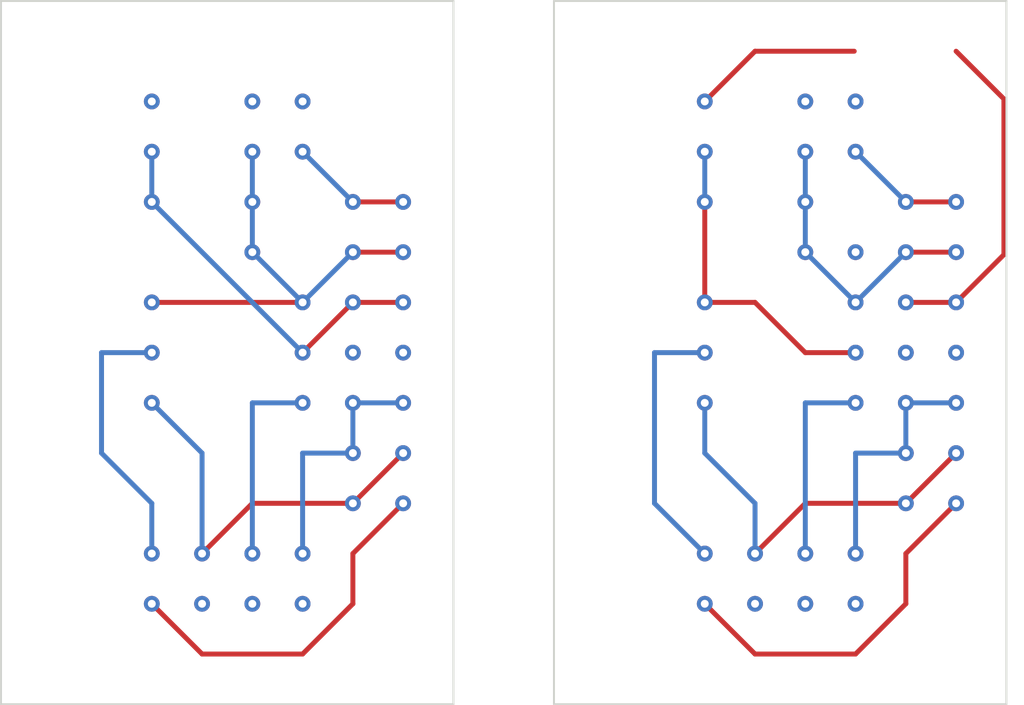
<source format=kicad_pcb>
(kicad_pcb (version 20221018) (generator pcbnew)

  (general
    (thickness 1.6)
  )

  (paper "A4")
  (layers
    (0 "F.Cu" signal)
    (31 "B.Cu" signal)
    (32 "B.Adhes" user "B.Adhesive")
    (33 "F.Adhes" user "F.Adhesive")
    (34 "B.Paste" user)
    (35 "F.Paste" user)
    (36 "B.SilkS" user "B.Silkscreen")
    (37 "F.SilkS" user "F.Silkscreen")
    (38 "B.Mask" user)
    (39 "F.Mask" user)
    (40 "Dwgs.User" user "User.Drawings")
    (41 "Cmts.User" user "User.Comments")
    (42 "Eco1.User" user "User.Eco1")
    (43 "Eco2.User" user "User.Eco2")
    (44 "Edge.Cuts" user)
    (45 "Margin" user)
    (46 "B.CrtYd" user "B.Courtyard")
    (47 "F.CrtYd" user "F.Courtyard")
    (48 "B.Fab" user)
    (49 "F.Fab" user)
    (50 "User.1" user)
    (51 "User.2" user)
    (52 "User.3" user)
    (53 "User.4" user)
    (54 "User.5" user)
    (55 "User.6" user)
    (56 "User.7" user)
    (57 "User.8" user)
    (58 "User.9" user)
  )

  (setup
    (pad_to_mask_clearance 0)
    (pcbplotparams
      (layerselection 0x00010fc_ffffffff)
      (plot_on_all_layers_selection 0x0000000_00000000)
      (disableapertmacros false)
      (usegerberextensions false)
      (usegerberattributes true)
      (usegerberadvancedattributes true)
      (creategerberjobfile true)
      (dashed_line_dash_ratio 12.000000)
      (dashed_line_gap_ratio 3.000000)
      (svgprecision 4)
      (plotframeref false)
      (viasonmask false)
      (mode 1)
      (useauxorigin false)
      (hpglpennumber 1)
      (hpglpenspeed 20)
      (hpglpendiameter 15.000000)
      (dxfpolygonmode true)
      (dxfimperialunits true)
      (dxfusepcbnewfont true)
      (psnegative false)
      (psa4output false)
      (plotreference true)
      (plotvalue true)
      (plotinvisibletext false)
      (sketchpadsonfab false)
      (subtractmaskfromsilk false)
      (outputformat 1)
      (mirror false)
      (drillshape 1)
      (scaleselection 1)
      (outputdirectory "")
    )
  )

  (net 0 "")

  (gr_line (start 121.92 96.52) (end 99.06 96.52)
    (stroke (width 0.1) (type default)) (layer "Edge.Cuts") (tstamp 30649aac-bf61-441b-b376-ef4fb949152a))
  (gr_line (start 127 96.52) (end 127 60.96)
    (stroke (width 0.1) (type default)) (layer "Edge.Cuts") (tstamp 4059b67c-196f-4186-8449-283bd4239bab))
  (gr_line (start 99.06 96.52) (end 99.06 60.96)
    (stroke (width 0.1) (type default)) (layer "Edge.Cuts") (tstamp 75d7734b-15aa-4efb-896d-e9d83bf00a5d))
  (gr_line (start 121.92 60.96) (end 121.92 96.52)
    (stroke (width 0.1) (type default)) (layer "Edge.Cuts") (tstamp a336056f-4400-479a-b9d0-9c93dccfbf68))
  (gr_line (start 99.06 60.96) (end 121.92 60.96)
    (stroke (width 0.1) (type default)) (layer "Edge.Cuts") (tstamp ac3d085d-eded-4613-868c-155f200a0800))
  (gr_line (start 149.86 60.96) (end 149.86 96.52)
    (stroke (width 0.1) (type default)) (layer "Edge.Cuts") (tstamp cc2b20f7-2da6-49d2-b453-5eb3345963b3))
  (gr_line (start 149.86 96.52) (end 127 96.52)
    (stroke (width 0.1) (type default)) (layer "Edge.Cuts") (tstamp e02183ad-8982-4bbf-b566-c6f7b15c6344))
  (gr_line (start 127 60.96) (end 149.86 60.96)
    (stroke (width 0.1) (type default)) (layer "Edge.Cuts") (tstamp f775cd1d-5cd7-4c8c-a568-9f7f429ea2be))
  (gr_text "gnd" (at 147.32 73.66) (layer "F.Paste") (tstamp 051bb157-d567-4c77-8771-5be2bb38239a)
    (effects (font (size 1 1) (thickness 0.15)) (justify left bottom))
  )
  (gr_text "l" (at 109.22 63.5) (layer "F.Paste") (tstamp 07a1a96b-1f4a-4e77-a8b2-319c1a57ca55)
    (effects (font (size 1 1) (thickness 0.15)) (justify left bottom))
  )
  (gr_text "gain" (at 147.32 78.74) (layer "F.Paste") (tstamp 0b6b2c4b-6a0b-4ada-9d54-29f4703937cf)
    (effects (font (size 1 1) (thickness 0.15)) (justify left bottom))
  )
  (gr_text "ws" (at 134.62 78.74) (layer "F.Paste") (tstamp 0e2a87b5-1747-4ec8-8f66-4d3935b1d8dd)
    (effects (font (size 1 1) (thickness 0.15)) (justify left bottom))
  )
  (gr_text "fsclk" (at 134.62 88.9 -90) (layer "F.Paste") (tstamp 1203357e-4da7-4213-bd1e-1ec79e019931)
    (effects (font (size 1 1) (thickness 0.15)) (justify left bottom))
  )
  (gr_text "din" (at 111.76 88.9 -90) (layer "F.Paste") (tstamp 17dba6fc-f7e0-436b-84a2-e90ab0933549)
    (effects (font (size 1 1) (thickness 0.15)) (justify left bottom))
  )
  (gr_text "3v3" (at 134.62 68.58 90) (layer "F.Paste") (tstamp 228eeb45-c473-46c0-896d-edc0464df7cc)
    (effects (font (size 1 1) (thickness 0.15)) (justify left bottom))
  )
  (gr_text "bclk" (at 137.16 88.9 -90) (layer "F.Paste") (tstamp 2c016960-7027-4d11-991d-199d413ee1b7)
    (effects (font (size 1 1) (thickness 0.15)) (justify left bottom))
  )
  (gr_text "5v" (at 147.32 71.12) (layer "F.Paste") (tstamp 43055d7d-c747-4640-8876-310fa4b73e16)
    (effects (font (size 1 1) (thickness 0.15)) (justify left bottom))
  )
  (gr_text "dout" (at 142.24 88.9 -90) (layer "F.Paste") (tstamp 4aa40bf4-1983-44b5-8133-9bf76663d5d6)
    (effects (font (size 1 1) (thickness 0.15)) (justify left bottom))
  )
  (gr_text "gnd" (at 111.76 68.58 90) (layer "F.Paste") (tstamp 4afef4a3-3041-4aa5-a4a6-a1379b60d2f6)
    (effects (font (size 1 1) (thickness 0.15)) (justify left bottom))
  )
  (gr_text "sck" (at 134.62 81.28) (layer "F.Paste") (tstamp 4e790835-b855-47c5-97f9-ede29ab943b4)
    (effects (font (size 1 1) (thickness 0.15)) (justify left bottom))
  )
  (gr_text "gain" (at 119.38 78.74) (layer "F.Paste") (tstamp 51572b69-dc9d-4c09-bde1-72d0490649c7)
    (effects (font (size 1 1) (thickness 0.15)) (justify left bottom))
  )
  (gr_text "bclk" (at 109.22 88.9 -90) (layer "F.Paste") (tstamp 54d3110b-15eb-43f8-bd91-4161959d1cb9)
    (effects (font (size 1 1) (thickness 0.15)) (justify left bottom))
  )
  (gr_text "vdd" (at 139.7 78.74) (layer "F.Paste") (tstamp 54d35da3-66ed-4062-8945-dad90b245ee9)
    (effects (font (size 1 1) (thickness 0.15)) (justify left bottom))
  )
  (gr_text "din" (at 147.32 81.28) (layer "F.Paste") (tstamp 5c89394a-3fec-4754-ac3d-7e0a48213053)
    (effects (font (size 1 1) (thickness 0.15)) (justify left bottom))
  )
  (gr_text "lrc" (at 119.38 86.36) (layer "F.Paste") (tstamp 5da7a577-e302-4e50-be69-02762646fda4)
    (effects (font (size 1 1) (thickness 0.15)) (justify left bottom))
  )
  (gr_text "lrc" (at 147.32 86.36) (layer "F.Paste") (tstamp 61bcf9c0-27bd-4c83-bb97-ad909124fad9)
    (effects (font (size 1 1) (thickness 0.15)) (justify left bottom))
  )
  (gr_text "sd" (at 139.7 81.28) (layer "F.Paste") (tstamp 67d14c2c-9883-414d-9eeb-681a93c4ce5c)
    (effects (font (size 1 1) (thickness 0.15)) (justify left bottom))
  )
  (gr_text "bclk" (at 119.38 83.82) (layer "F.Paste") (tstamp 705f79b4-645e-4b6c-8d51-54dc747a666f)
    (effects (font (size 1 1) (thickness 0.15)) (justify left bottom))
  )
  (gr_text "l/r" (at 106.68 76.2) (layer "F.Paste") (tstamp 70f04f83-7066-4db5-aa23-3d72689384c4)
    (effects (font (size 1 1) (thickness 0.15)) (justify left bottom))
  )
  (gr_text "5v" (at 119.38 71.12) (layer "F.Paste") (tstamp 745a2c8a-4ee9-424c-aed7-43d43014c42a)
    (effects (font (size 1 1) (thickness 0.15)) (justify left bottom))
  )
  (gr_text "fsclk" (at 106.68 88.9 -90) (layer "F.Paste") (tstamp 772e6db7-6505-4f29-9e6d-3a6c658d4d23)
    (effects (font (size 1 1) (thickness 0.15)) (justify left bottom))
  )
  (gr_text "sck" (at 106.68 81.28) (layer "F.Paste") (tstamp 7cb4b0a8-80d4-4053-9e62-6c0d8943867a)
    (effects (font (size 1 1) (thickness 0.15)) (justify left bottom))
  )
  (gr_text "5v" (at 114.3 68.58 90) (layer "F.Paste") (tstamp 80c99227-0db0-4363-9e13-300d10415968)
    (effects (font (size 1 1) (thickness 0.15)) (justify left bottom))
  )
  (gr_text "bclk" (at 147.32 83.82) (layer "F.Paste") (tstamp 86cca410-9bd3-4243-aeb7-da2f90b310b3)
    (effects (font (size 1 1) (thickness 0.15)) (justify left bottom))
  )
  (gr_text "sd" (at 119.38 76.2) (layer "F.Paste") (tstamp 90229a74-f0bb-4907-b450-ce893921a65f)
    (effects (font (size 1 1) (thickness 0.15)) (justify left bottom))
  )
  (gr_text "ws" (at 106.68 78.74) (layer "F.Paste") (tstamp 9e13add5-a146-4ec3-a6e6-b65126000759)
    (effects (font (size 1 1) (thickness 0.15)) (justify left bottom))
  )
  (gr_text "gnd" (at 119.38 73.66) (layer "F.Paste") (tstamp a3680430-779b-42e0-a765-d75fd6131731)
    (effects (font (size 1 1) (thickness 0.15)) (justify left bottom))
  )
  (gr_text "gnd" (at 111.76 76.2) (layer "F.Paste") (tstamp a7aa2dfe-3a9d-4521-8a6c-9f6652fb6ea6)
    (effects (font (size 1 1) (thickness 0.15)) (justify left bottom))
  )
  (gr_text "5v" (at 142.24 68.58 90) (layer "F.Paste") (tstamp aa036018-6c00-4772-8923-bde7c99bcd25)
    (effects (font (size 1 1) (thickness 0.15)) (justify left bottom))
  )
  (gr_text "sd" (at 147.32 76.2) (layer "F.Paste") (tstamp ba10311c-9581-4a72-b48e-f95fabb7a914)
    (effects (font (size 1 1) (thickness 0.15)) (justify left bottom))
  )
  (gr_text "330k" (at 142.24 63.5) (layer "F.Paste") (tstamp c2877d0c-c6a6-41c4-b743-5d97fd04a6de)
    (effects (font (size 1.5 1.5) (thickness 0.3) bold) (justify left bottom))
  )
  (gr_text "gnd" (at 139.7 68.58 90) (layer "F.Paste") (tstamp c5af4c5d-3fb4-4db9-8a8a-d58db34ad92d)
    (effects (font (size 1 1) (thickness 0.15)) (justify left bottom))
  )
  (gr_text "r" (at 138.43 63.5) (layer "F.Paste") (tstamp c5f3c7bd-5b35-479e-be23-da29a5fb8ea2)
    (effects (font (size 1 1) (thickness 0.15)) (justify left bottom))
  )
  (gr_text "gnd" (at 139.7 76.2) (layer "F.Paste") (tstamp ca5f6e7a-421b-40e0-83ad-8abcd6cf3fbb)
    (effects (font (size 1 1) (thickness 0.15)) (justify left bottom))
  )
  (gr_text "din" (at 139.7 88.9 -90) (layer "F.Paste") (tstamp cd1713d6-71fc-4b23-bc2e-62ffb879c97a)
    (effects (font (size 1 1) (thickness 0.15)) (justify left bottom))
  )
  (gr_text "din" (at 119.38 81.28) (layer "F.Paste") (tstamp d034b038-d296-40a5-962a-68f896cbab36)
    (effects (font (size 1 1) (thickness 0.15)) (justify left bottom))
  )
  (gr_text "vdd" (at 111.76 78.74) (layer "F.Paste") (tstamp ea55b728-272d-4699-b2bf-62654affe5c8)
    (effects (font (size 1 1) (thickness 0.15)) (justify left bottom))
  )
  (gr_text "3v3" (at 106.68 68.58 90) (layer "F.Paste") (tstamp f570fcda-10e1-4e63-98b4-285d14a6eccc)
    (effects (font (size 1 1) (thickness 0.15)) (justify left bottom))
  )
  (gr_text "l/r" (at 134.62 76.2) (layer "F.Paste") (tstamp f806b69e-ea99-4d4f-b635-cc5ab0fa12b7)
    (effects (font (size 1 1) (thickness 0.15)) (justify left bottom))
  )
  (gr_text "sd" (at 111.76 81.28) (layer "F.Paste") (tstamp fa5f6033-85e2-422e-afe0-96edd6f522c2)
    (effects (font (size 1 1) (thickness 0.15)) (justify left bottom))
  )
  (gr_text "dout" (at 114.3 88.9 -90) (layer "F.Paste") (tstamp fe23a8e5-6101-462f-b8a8-99003b0f1322)
    (effects (font (size 1 1) (thickness 0.15)) (justify left bottom))
  )

  (segment (start 149.735 66.04) (end 149.735 65.915) (width 0.25) (layer "F.Cu") (net 0) (tstamp 0054770a-d439-4134-b7fb-1b0f81c1ee6f))
  (segment (start 106.68 76.2) (end 114.3 76.2) (width 0.25) (layer "F.Cu") (net 0) (tstamp 0299a981-2361-4e4c-a533-6f2bc1433940))
  (segment (start 139.7 78.74) (end 142.24 78.74) (width 0.25) (layer "F.Cu") (net 0) (tstamp 04a5ee27-6256-462b-a733-a13f0bb7fc7b))
  (segment (start 116.84 71.12) (end 119.38 71.12) (width 0.25) (layer "F.Cu") (net 0) (tstamp 098da52f-ea0f-4ff7-a897-f0b878e12bc9))
  (segment (start 147.32 76.2) (end 149.735 73.785) (width 0.25) (layer "F.Cu") (net 0) (tstamp 0a1c85ed-fb34-4a36-81e3-ac66461e6a31))
  (segment (start 119.38 76.2) (end 116.84 76.2) (width 0.25) (layer "F.Cu") (net 0) (tstamp 22eb160a-3132-45a9-a9f5-b44f60dc6c19))
  (segment (start 119.38 83.82) (end 116.84 86.36) (width 0.25) (layer "F.Cu") (net 0) (tstamp 31dc7395-6631-4825-9c7d-4938c2f99167))
  (segment (start 147.32 83.82) (end 144.78 86.36) (width 0.25) (layer "F.Cu") (net 0) (tstamp 33184a4e-92b1-4c8e-985d-60907574fbd5))
  (segment (start 137.16 63.5) (end 142.171362 63.5) (width 0.25) (layer "F.Cu") (net 0) (tstamp 34278c6a-77bf-4f22-8bf3-a62ad2053626))
  (segment (start 111.76 86.36) (end 109.22 88.9) (width 0.25) (layer "F.Cu") (net 0) (tstamp 38532b10-78d4-450c-a5e5-8712ed3d6d63))
  (segment (start 144.78 73.66) (end 147.32 73.66) (width 0.25) (layer "F.Cu") (net 0) (tstamp 4ebe85a6-69ce-40ac-8551-5e62cd88c04d))
  (segment (start 116.84 86.36) (end 111.76 86.36) (width 0.25) (layer "F.Cu") (net 0) (tstamp 4f3650a4-8a9c-4a33-bbba-5fba0108000d))
  (segment (start 142.24 93.98) (end 137.16 93.98) (width 0.25) (layer "F.Cu") (net 0) (tstamp 60954dc1-9151-4424-83a8-99f4116ee4f1))
  (segment (start 134.62 76.2) (end 137.16 76.2) (width 0.25) (layer "F.Cu") (net 0) (tstamp 615a6258-70ab-4057-a2ca-4710803a3a03))
  (segment (start 116.84 73.66) (end 119.38 73.66) (width 0.25) (layer "F.Cu") (net 0) (tstamp 6be6b3e2-c594-4b85-8b07-16cf3a41f550))
  (segment (start 149.735 73.785) (end 149.735 66.04) (width 0.25) (layer "F.Cu") (net 0) (tstamp 715aa482-1d0a-4b12-84e1-f8aa42b58d81))
  (segment (start 147.32 86.36) (end 144.78 88.9) (width 0.25) (layer "F.Cu") (net 0) (tstamp 879fc1d6-5432-4600-b3a7-c66105ee4ea8))
  (segment (start 106.68 91.44) (end 109.22 93.98) (width 0.25) (layer "F.Cu") (net 0) (tstamp 892e290f-46ec-4a6c-98d3-f7ec85af6343))
  (segment (start 134.62 76.2) (end 134.62 71.12) (width 0.25) (layer "F.Cu") (net 0) (tstamp 90bbf887-0774-477d-8c3f-2d92ef7963ad))
  (segment (start 116.84 91.44) (end 116.84 88.9) (width 0.25) (layer "F.Cu") (net 0) (tstamp 940b501c-7072-4687-b51e-10a85bde2a56))
  (segment (start 116.84 88.9) (end 119.38 86.36) (width 0.25) (layer "F.Cu") (net 0) (tstamp 96f493c9-9ea3-4853-a7e3-040ca68bed13))
  (segment (start 137.16 93.98) (end 134.62 91.44) (width 0.25) (layer "F.Cu") (net 0) (tstamp a8e64418-466e-41ce-9b33-576966696fc1))
  (segment (start 109.22 93.98) (end 114.3 93.98) (width 0.25) (layer "F.Cu") (net 0) (tstamp bb253ba9-849c-4a06-8a43-f3e6ff54f961))
  (segment (start 137.16 76.2) (end 139.7 78.74) (width 0.25) (layer "F.Cu") (net 0) (tstamp bcd377dc-03e9-4d65-9a0f-78a12a13ae33))
  (segment (start 139.7 86.36) (end 137.16 88.9) (width 0.25) (layer "F.Cu") (net 0) (tstamp c28959ce-4817-479d-9d69-deb9c106e503))
  (segment (start 149.735 65.915) (end 147.32 63.5) (width 0.25) (layer "F.Cu") (net 0) (tstamp c9b4f726-212a-445c-9c9d-70b3b7ffd43e))
  (segment (start 144.78 88.9) (end 144.78 91.44) (width 0.25) (layer "F.Cu") (net 0) (tstamp ca5e94a6-33ca-4233-b721-172ccf518363))
  (segment (start 114.3 93.98) (end 116.84 91.44) (width 0.25) (layer "F.Cu") (net 0) (tstamp cebd5b93-06d7-428b-98e7-057a447f5ac4))
  (segment (start 144.78 86.36) (end 139.7 86.36) (width 0.25) (layer "F.Cu") (net 0) (tstamp cf6d6c10-e304-4757-a099-8bf6ef17a9de))
  (segment (start 134.62 66.04) (end 137.16 63.5) (width 0.25) (layer "F.Cu") (net 0) (tstamp d05c4d8f-17af-4dc1-99aa-ffabb6524a38))
  (segment (start 144.78 71.12) (end 147.32 71.12) (width 0.25) (layer "F.Cu") (net 0) (tstamp d36a4b6c-da5a-46e7-9f91-a74a05ab36b2))
  (segment (start 147.32 76.2) (end 144.78 76.2) (width 0.25) (layer "F.Cu") (net 0) (tstamp d4407db7-2a8a-48c3-8d23-e452db06efa1))
  (segment (start 144.78 91.44) (end 142.24 93.98) (width 0.25) (layer "F.Cu") (net 0) (tstamp edd2921a-26ec-47d9-ac85-262b2ce9561a))
  (segment (start 114.3 78.74) (end 116.84 76.2) (width 0.25) (layer "F.Cu") (net 0) (tstamp f29c83da-ecee-48f0-afb6-11c8f2c0a51c))
  (via (at 134.62 91.44) (size 0.8) (drill 0.4) (layers "F.Cu" "B.Cu") (net 0) (tstamp 0328bac8-a756-458a-96ba-6685bbaf95d6))
  (via (at 142.24 68.58) (size 0.8) (drill 0.4) (layers "F.Cu" "B.Cu") (net 0) (tstamp 0488da4e-fa22-4623-8c6a-e2cc4b9b23ca))
  (via (at 111.76 68.58) (size 0.8) (drill 0.4) (layers "F.Cu" "B.Cu") (net 0) (tstamp 0a79559f-de2d-42ba-b692-3942857ed5b8))
  (via (at 114.3 66.04) (size 0.8) (drill 0.4) (layers "F.Cu" "B.Cu") (net 0) (tstamp 10644075-8795-41e9-bae7-201be3ee8b91))
  (via (at 142.24 81.28) (size 0.8) (drill 0.4) (layers "F.Cu" "B.Cu") (net 0) (tstamp 1a8dd139-2870-47d9-8cbd-62adcebe24e4))
  (via (at 134.62 68.58) (size 0.8) (drill 0.4) (layers "F.Cu" "B.Cu") (net 0) (tstamp 1c96b988-b30e-48aa-b04b-dc26b5f3795e))
  (via (at 111.76 73.66) (size 0.8) (drill 0.4) (layers "F.Cu" "B.Cu") (net 0) (tstamp 209d1934-739a-4e99-8b9f-a4bc94105d3e))
  (via (at 139.7 73.66) (size 0.8) (drill 0.4) (layers "F.Cu" "B.Cu") (net 0) (tstamp 2241f8c2-b184-4f81-83f7-13c7e2990e41))
  (via (at 116.84 76.2) (size 0.8) (drill 0.4) (layers "F.Cu" "B.Cu") (net 0) (tstamp 28b996cf-bb84-4f1e-a866-0e736d346766))
  (via (at 142.24 76.2) (size 0.8) (drill 0.4) (layers "F.Cu" "B.Cu") (net 0) (tstamp 2baccf10-b76d-42c1-92a1-746d01d77d17))
  (via (at 106.68 66.04) (size 0.8) (drill 0.4) (layers "F.Cu" "B.Cu") (net 0) (tstamp 2f16b33d-dbac-4aac-9a68-c925990dc0a2))
  (via (at 111.76 71.12) (size 0.8) (drill 0.4) (layers "F.Cu" "B.Cu") (net 0) (tstamp 301b81f8-df21-411a-9af3-6c3b165f69c7))
  (via (at 106.68 68.58) (size 0.8) (drill 0.4) (layers "F.Cu" "B.Cu") (net 0) (tstamp 38546fd4-50ad-4079-b872-dbb9fce30b26))
  (via (at 139.7 91.44) (size 0.8) (drill 0.4) (layers "F.Cu" "B.Cu") (net 0) (tstamp 3d228a4f-3821-4272-969c-2d2ed6c62604))
  (via (at 144.78 83.82) (size 0.8) (drill 0.4) (layers "F.Cu" "B.Cu") (net 0) (tstamp 3d614c49-83bb-4bab-8a12-30efa508f5d1))
  (via (at 111.76 88.9) (size 0.8) (drill 0.4) (layers "F.Cu" "B.Cu") (net 0) (tstamp 3eb322e2-cfea-4cb6-8709-4db0e5d4da4e))
  (via (at 134.62 78.74) (size 0.8) (drill 0.4) (layers "F.Cu" "B.Cu") (net 0) (tstamp 3f68fa48-a515-4b0f-a314-311ceab0a3b5))
  (via (at 137.16 91.44) (size 0.8) (drill 0.4) (layers "F.Cu" "B.Cu") (net 0) (tstamp 43f8e271-c075-4ccd-9b81-4e4c412faf5e))
  (via (at 114.3 76.2) (size 0.8) (drill 0.4) (layers "F.Cu" "B.Cu") (net 0) (tstamp 467d5d31-9504-4cf0-b0ba-169ebc967718))
  (via (at 111.76 91.44) (size 0.8) (drill 0.4) (layers "F.Cu" "B.Cu") (net 0) (tstamp 46e805f1-bcbb-4a7c-b54e-432c104883c9))
  (via (at 119.38 81.28) (size 0.8) (drill 0.4) (layers "F.Cu" "B.Cu") (net 0) (tstamp 4a0efc5b-3c47-4e0b-9296-080173b84747))
  (via (at 144.78 71.12) (size 0.8) (drill 0.4) (layers "F.Cu" "B.Cu") (net 0) (tstamp 4a3dfe65-c91b-4bd9-9a88-3782a22853db))
  (via (at 142.24 91.44) (size 0.8) (drill 0.4) (layers "F.Cu" "B.Cu") (net 0) (tstamp 4a91d13a-c5c8-4a0d-b075-6a57222f9101))
  (via (at 134.62 66.04) (size 0.8) (drill 0.4) (layers "F.Cu" "B.Cu") (net 0) (tstamp 4b0da2ed-b971-4ace-9e7c-cc2413af8f9d))
  (via (at 111.76 66.04) (size 0.8) (drill 0.4) (layers "F.Cu" "B.Cu") (net 0) (tstamp 4d005247-72e7-4431-8bb7-d15e8a1c98e7))
  (via (at 114.3 68.58) (size 0.8) (drill 0.4) (layers "F.Cu" "B.Cu") (net 0) (tstamp 4ebf4cae-63b3-4473-bb7f-453cc886cb20))
  (via (at 147.32 71.12) (size 0.8) (drill 0.4) (layers "F.Cu" "B.Cu") (net 0) (tstamp 55268f6e-c942-495e-a9d7-bd964cf93e44))
  (via (at 147.32 78.74) (size 0.8) (drill 0.4) (layers "F.Cu" "B.Cu") (net 0) (tstamp 6435ad77-1e3c-4fcb-b0d7-83887e72a15c))
  (via (at 114.3 81.28) (size 0.8) (drill 0.4) (layers "F.Cu" "B.Cu") (net 0) (tstamp 6789b2c5-e8dd-481d-81b7-ce057eb10f6a))
  (via (at 144.78 73.66) (size 0.8) (drill 0.4) (layers "F.Cu" "B.Cu") (net 0) (tstamp 6885bad9-4f94-491e-840e-e77b66f61023))
  (via (at 116.84 73.66) (size 0.8) (drill 0.4) (layers "F.Cu" "B.Cu") (net 0) (tstamp 6a3cff6c-9d69-4a0d-9ae3-c3167c3edc31))
  (via (at 114.3 91.44) (size 0.8) (drill 0.4) (layers "F.Cu" "B.Cu") (net 0) (tstamp 6b1f772f-93a2-467f-b241-57a8d14338e1))
  (via (at 119.38 71.12) (size 0.8) (drill 0.4) (layers "F.Cu" "B.Cu") (net 0) (tstamp 6c5b13e2-6f91-4586-bd07-4507c8b3b55e))
  (via (at 106.68 71.12) (size 0.8) (drill 0.4) (layers "F.Cu" "B.Cu") (net 0) (tstamp 6f620b15-2bec-4da2-be79-7ac0fbe83be6))
  (via (at 106.68 78.74) (size 0.8) (drill 0.4) (layers "F.Cu" "B.Cu") (net 0) (tstamp 718d7709-d7ca-48c1-8369-8b1ed0e82977))
  (via (at 109.22 91.44) (size 0.8) (drill 0.4) (layers "F.Cu" "B.Cu") (net 0) (tstamp 719bad89-d46d-451f-a6bd-2e0d745881f4))
  (via (at 116.84 81.28) (size 0.8) (drill 0.4) (layers "F.Cu" "B.Cu") (net 0) (tstamp 78aa454a-9904-4d2b-9296-c023979cc721))
  (via (at 134.62 76.2) (size 0.8) (drill 0.4) (layers "F.Cu" "B.Cu") (net 0) (tstamp 7d4b9557-c0be-424c-abf6-8aac748222be))
  (via (at 119.38 76.2) (size 0.8) (drill 0.4) (layers "F.Cu" "B.Cu") (net 0) (tstamp 8000019d-8345-4bec-8c5f-cf6822d16791))
  (via (at 119.38 83.82) (size 0.8) (drill 0.4) (layers "F.Cu" "B.Cu") (net 0) (tstamp 87f43946-c4de-410d-bf72-808ef8bd0950))
  (via (at 116.84 78.74) (size 0.8) (drill 0.4) (layers "F.Cu" "B.Cu") (net 0) (tstamp 885e59bf-d2fd-4a75-8d91-29d4902a7b9f))
  (via (at 116.84 86.36) (size 0.8) (drill 0.4) (layers "F.Cu" "B.Cu") (net 0) (tstamp 8d5d18e2-e733-4e96-a1eb-a37b57be1cc1))
  (via (at 114.3 78.74) (size 0.8) (drill 0.4) (layers "F.Cu" "B.Cu") (net 0) (tstamp 91c7193b-8bd3-4717-95ca-886a78ee7efd))
  (via (at 142.24 73.66) (size 0.8) (drill 0.4) (layers "F.Cu" "B.Cu") (net 0) (tstamp 934fd7b7-e0d1-4ee6-932e-833250d006c6))
  (via (at 106.68 91.44) (size 0.8) (drill 0.4) (layers "F.Cu" "B.Cu") (net 0) (tstamp 942379ea-8486-4492-8e6e-d15d441ee396))
  (via (at 147.32 76.2) (size 0.8) (drill 0.4) (layers "F.Cu" "B.Cu") (net 0) (tstamp 9a1c1843-9bd7-469b-9a3d-e90e83994e99))
  (via (at 142.24 66.04) (size 0.8) (drill 0.4) (layers "F.Cu" "B.Cu") (net 0) (tstamp 9a768eec-a725-468e-8520-a922e0535412))
  (via (at 144.78 78.74) (size 0.8) (drill 0.4) (layers "F.Cu" "B.Cu") (net 0) (tstamp 9cbb02cc-dbbf-45aa-8261-77a5a8a9b64a))
  (via (at 119.38 78.74) (size 0.8) (drill 0.4) (layers "F.Cu" "B.Cu") (net 0) (tstamp 9f0887c8-c933-4338-b843-b974d0c40dce))
  (via (at 142.24 78.74) (size 0.8) (drill 0.4) (layers "F.Cu" "B.Cu") (net 0) (tstamp ac0a1d0b-cb7b-4807-8d97-f805d582a0bb))
  (via (at 119.38 86.36) (size 0.8) (drill 0.4) (layers "F.Cu" "B.Cu") (net 0) (tstamp afe73dcb-67ec-42c4-b6a8-b60b27709d9c))
  (via (at 134.62 81.28) (size 0.8) (drill 0.4) (layers "F.Cu" "B.Cu") (net 0) (tstamp b0daa38a-edc7-40ea-929c-f852c5564e59))
  (via (at 114.3 88.9) (size 0.8) (drill 0.4) (layers "F.Cu" "B.Cu") (net 0) (tstamp b1b972e2-722a-4653-8733-86896e0960b2))
  (via (at 106.68 81.28) (size 0.8) (drill 0.4) (layers "F.Cu" "B.Cu") (net 0) (tstamp bc821f97-a072-47bb-b88b-6070ac7e2ca5))
  (via (at 134.62 71.12) (size 0.8) (drill 0.4) (layers "F.Cu" "B.Cu") (net 0) (tstamp bf9079f3-70e1-46bd-9ff6-cdcb7ba4f8d4))
  (via (at 139.7 66.04) (size 0.8) (drill 0.4) (layers "F.Cu" "B.Cu") (net 0) (tstamp c34a40c1-7a57-45c8-8d31-da2e897899fc))
  (via (at 109.22 88.9) (size 0.8) (drill 0.4) (layers "F.Cu" "B.Cu") (net 0) (tstamp d175c8f6-7891-43fa-9df7-0bcaee86ebbd))
  (via (at 144.78 76.2) (size 0.8) (drill 0.4) (layers "F.Cu" "B.Cu") (net 0) (tstamp d1bce675-db23-483b-b490-bc4ea8d54016))
  (via (at 142.24 88.9) (size 0.8) (drill 0.4) (layers "F.Cu" "B.Cu") (net 0) (tstamp d1cc9111-99fc-4ddf-9aa3-cbed37ae5447))
  (via (at 139.7 71.12) (size 0.8) (drill 0.4) (layers "F.Cu" "B.Cu") (net 0) (tstamp d2eb583d-fa98-476d-8f6b-82c4722b20c6))
  (via (at 116.84 71.12) (size 0.8) (drill 0.4) (layers "F.Cu" "B.Cu") (net 0) (tstamp d47d5aa9-3cc8-4315-8f79-800a08d1aa11))
  (via (at 116.84 83.82) (size 0.8) (drill 0.4) (layers "F.Cu" "B.Cu") (net 0) (tstamp d4bb7118-83fb-4cc7-ae89-5c2feab6eade))
  (via (at 144.78 86.36) (size 0.8) (drill 0.4) (layers "F.Cu" "B.Cu") (net 0) (tstamp d67cacb0-00ea-4f1a-ba0e-6b88cc0e6259))
  (via (at 106.68 88.9) (size 0.8) (drill 0.4) (layers "F.Cu" "B.Cu") (net 0) (tstamp db0d6e66-4e9f-48b8-ae10-e06c734ab079))
  (via (at 137.16 88.9) (size 0.8) (drill 0.4) (layers "F.Cu" "B.Cu") (net 0) (tstamp dbfc5c9e-8f0d-4b2d-ba9a-4a76742a2377))
  (via (at 147.32 73.66) (size 0.8) (drill 0.4) (layers "F.Cu" "B.Cu") (net 0) (tstamp e56a185f-b2fb-4e2f-b41a-13ab596fc06c))
  (via (at 147.32 83.82) (size 0.8) (drill 0.4) (layers "F.Cu" "B.Cu") (net 0) (tstamp e6677f98-6b4d-48ee-b897-cf6391337d3b))
  (via (at 134.62 88.9) (size 0.8) (drill 0.4) (layers "F.Cu" "B.Cu") (net 0) (tstamp ebc44348-5956-462d-8573-8e8b1ce37297))
  (via (at 139.7 88.9) (size 0.8) (drill 0.4) (layers "F.Cu" "B.Cu") (net 0) (tstamp ed5306d6-63cd-4806-a887-6a61905bfbff))
  (via (at 144.78 81.28) (size 0.8) (drill 0.4) (layers "F.Cu" "B.Cu") (net 0) (tstamp ee3d4410-021f-4b88-81c0-582d5660e52c))
  (via (at 147.32 81.28) (size 0.8) (drill 0.4) (layers "F.Cu" "B.Cu") (net 0) (tstamp f0074aa5-18dd-4eaa-9c12-59bc50efe26f))
  (via (at 139.7 68.58) (size 0.8) (drill 0.4) (layers "F.Cu" "B.Cu") (net 0) (tstamp f1df2182-16ad-44bf-9b7f-82b8f00a5ce1))
  (via (at 147.32 86.36) (size 0.8) (drill 0.4) (layers "F.Cu" "B.Cu") (net 0) (tstamp f297297a-590e-48c2-9d41-fcf414968524))
  (via (at 106.68 76.2) (size 0.8) (drill 0.4) (layers "F.Cu" "B.Cu") (net 0) (tstamp f76093d3-3771-46d6-9e41-0ab9d83207ad))
  (via (at 119.38 73.66) (size 0.8) (drill 0.4) (layers "F.Cu" "B.Cu") (net 0) (tstamp f7818c78-5a95-4cc7-8e25-dd43976a8693))
  (segment (start 111.76 81.28) (end 111.76 88.9) (width 0.25) (layer "B.Cu") (net 0) (tstamp 0be2fbe4-5fd6-4612-a9a7-83f807eafcc5))
  (segment (start 139.7 81.28) (end 139.7 88.9) (width 0.25) (layer "B.Cu") (net 0) (tstamp 0d165efa-69a8-4c2c-992c-4596164685ee))
  (segment (start 132.08 86.36) (end 134.62 88.9) (width 0.25) (layer "B.Cu") (net 0) (tstamp 10f885bf-4139-47dd-9064-e6c650ad733b))
  (segment (start 114.3 76.2) (end 116.84 73.66) (width 0.25) (layer "B.Cu") (net 0) (tstamp 16d5f731-af79-4678-94a6-05301b0bb068))
  (segment (start 111.76 68.58) (end 111.76 73.66) (width 0.25) (layer "B.Cu") (net 0) (tstamp 1c732824-cd98-4405-a484-0644ead79bf6))
  (segment (start 106.68 78.74) (end 104.14 78.74) (width 0.25) (layer "B.Cu") (net 0) (tstamp 1dd54a14-866f-48bc-b842-97b64b4bc718))
  (segment (start 134.62 71.12) (end 134.62 68.58) (width 0.25) (layer "B.Cu") (net 0) (tstamp 27fa5945-03ef-4c67-a7a0-6b7662d66b52))
  (segment (start 142.24 76.2) (end 144.78 73.66) (width 0.25) (layer "B.Cu") (net 0) (tstamp 2833afe4-4e87-4324-8fc6-1ff821978d32))
  (segment (start 106.68 81.28) (end 109.22 83.82) (width 0.25) (layer "B.Cu") (net 0) (tstamp 41c4f9fa-69b6-448c-a95e-1adc11a12e1f))
  (segment (start 132.08 78.74) (end 132.08 86.36) (width 0.25) (layer "B.Cu") (net 0) (tstamp 47f08089-963d-4bce-bade-bb92c770a950))
  (segment (start 142.24 68.58) (end 144.78 71.12) (width 0.25) (layer "B.Cu") (net 0) (tstamp 5e02dffb-6700-4e4e-a9f2-d272858fac21))
  (segment (start 114.3 83.82) (end 114.3 88.9) (width 0.25) (layer "B.Cu") (net 0) (tstamp 6dac7d38-2761-478c-81ee-7d964c813f38))
  (segment (start 139.7 73.66) (end 142.24 76.2) (width 0.25) (layer "B.Cu") (net 0) (tstamp 71380946-e94e-4ad9-8d8d-ca3eedbf7a32))
  (segment (start 114.3 78.74) (end 106.68 71.12) (width 0.25) (layer "B.Cu") (net 0) (tstamp 75e0305b-27ae-47d1-a3bb-ec166d755fbd))
  (segment (start 109.22 83.82) (end 109.22 88.9) (width 0.25) (layer "B.Cu") (net 0) (tstamp 78d14333-3ee2-4df4-88b3-2e9a18af4cf5))
  (segment (start 114.3 81.28) (end 111.76 81.28) (width 0.25) (layer "B.Cu") (net 0) (tstamp 89f6ed7a-fdd9-4e8d-b3db-8f148f1663a5))
  (segment (start 104.14 83.82) (end 106.68 86.36) (width 0.25) (layer "B.Cu") (net 0) (tstamp 8f7b3a2e-1eee-4c8c-9db8-9f4cbd874d15))
  (segment (start 106.68 71.12) (end 106.68 68.58) (width 0.25) (layer "B.Cu") (net 0) (tstamp 94f2e3dd-2aad-44ed-9f80-81b2c16db551))
  (segment (start 147.32 81.28) (end 144.78 81.28) (width 0.25) (layer "B.Cu") (net 0) (tstamp 9618d6b5-c2db-48cd-9d69-725cc09ce30e))
  (segment (start 134.62 78.74) (end 132.08 78.74) (width 0.25) (layer "B.Cu") (net 0) (tstamp 98eff4b4-b523-4236-90f8-4f627d1c8a00))
  (segment (start 142.24 83.82) (end 142.24 88.9) (width 0.25) (layer "B.Cu") (net 0) (tstamp 9afe2531-0b55-4ad0-8cb1-02a2b9543b11))
  (segment (start 144.78 81.28) (end 144.78 83.82) (width 0.25) (layer "B.Cu") (net 0) (tstamp a5dbcfbb-db3f-42f5-8f31-8a80d3f19998))
  (segment (start 119.38 81.28) (end 116.84 81.28) (width 0.25) (layer "B.Cu") (net 0) (tstamp a6ebe665-b9a4-4b31-8789-eae19949bbda))
  (segment (start 114.3 68.58) (end 116.84 71.12) (width 0.25) (layer "B.Cu") (net 0) (tstamp a8b9143e-1997-4bc0-b41c-71819e4c4c57))
  (segment (start 116.84 81.28) (end 116.84 83.82) (width 0.25) (layer "B.Cu") (net 0) (tstamp abe8fd6c-83df-49d1-94b2-d8fa128b3633))
  (segment (start 142.24 81.28) (end 139.7 81.28) (width 0.25) (layer "B.Cu") (net 0) (tstamp abf30521-19d6-4947-b271-335d783d9704))
  (segment (start 137.16 86.36) (end 137.16 88.9) (width 0.25) (layer "B.Cu") (net 0) (tstamp b05b63c3-ade3-4d11-a4d1-8a3946e35b23))
  (segment (start 134.62 81.28) (end 134.62 83.82) (width 0.25) (layer "B.Cu") (net 0) (tstamp b788a8c4-3617-4fe2-bbcf-b62ecd5c918a))
  (segment (start 144.78 83.82) (end 142.24 83.82) (width 0.25) (layer "B.Cu") (net 0) (tstamp ba257240-6185-4aaa-acd3-5b3b70d955d1))
  (segment (start 111.76 73.66) (end 114.3 76.2) (width 0.25) (layer "B.Cu") (net 0) (tstamp be8f776a-961e-4c95-a747-0eefdb732e15))
  (segment (start 134.62 83.82) (end 137.16 86.36) (width 0.25) (layer "B.Cu") (net 0) (tstamp d2f2e188-ff4f-4ec0-8942-a1d891bf4423))
  (segment (start 104.14 78.74) (end 104.14 83.82) (width 0.25) (layer "B.Cu") (net 0) (tstamp db4778b0-b50f-42b8-a7d6-fea3e36d0c09))
  (segment (start 139.7 68.58) (end 139.7 73.66) (width 0.25) (layer "B.Cu") (net 0) (tstamp e2bf645b-83b7-4615-8219-5cf48453d87e))
  (segment (start 106.68 86.36) (end 106.68 88.9) (width 0.25) (layer "B.Cu") (net 0) (tstamp e5ce1f8c-cb9c-4a1a-b862-4def28d6166f))
  (segment (start 116.84 83.82) (end 114.3 83.82) (width 0.25) (layer "B.Cu") (net 0) (tstamp fddf6cb2-34fc-4511-966c-515c8d329726))

)

</source>
